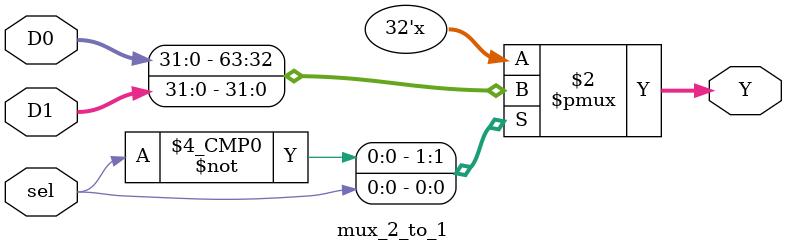
<source format=v>
module mux_2_to_1(
input [31:0] D0, 
input [31:0] D1,
input sel,
output [31:0] Y);

always @(sel,D0,D1)
begin
	case(sel)
		1'b0 : Y = D0;
		1'b1 : Y = D1;
		default : Y = 32'bx;
	endcase
end


endmodule

</source>
